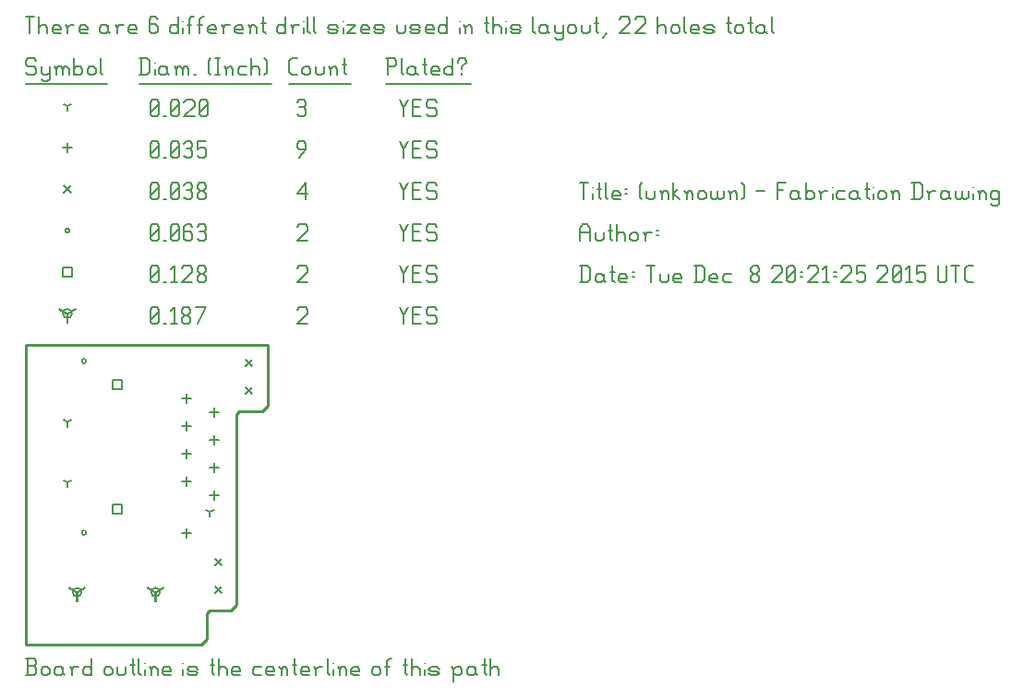
<source format=gbr>
G04 start of page 12 for group -3984 idx -3984 *
G04 Title: (unknown), fab *
G04 Creator: pcb 1.99z *
G04 CreationDate: Tue Dec  8 20:21:25 2015 UTC *
G04 For: commonadmin *
G04 Format: Gerber/RS-274X *
G04 PCB-Dimensions (mil): 900.00 1100.00 *
G04 PCB-Coordinate-Origin: lower left *
%MOIN*%
%FSLAX25Y25*%
%LNFAB*%
%ADD77C,0.0100*%
%ADD76C,0.0075*%
%ADD75C,0.0060*%
%ADD74C,0.0001*%
%ADD73R,0.0080X0.0080*%
G54D73*X18500Y20500D02*Y17300D01*
G54D74*G36*
X17954Y20647D02*X21420Y22646D01*
X21820Y21953D01*
X18353Y19954D01*
X17954Y20647D01*
G37*
G36*
X18647Y19954D02*X15180Y21953D01*
X15580Y22646D01*
X19046Y20647D01*
X18647Y19954D01*
G37*
G54D73*X16900Y20500D02*G75*G03X20100Y20500I1600J0D01*G01*
G75*G03X16900Y20500I-1600J0D01*G01*
X46846D02*Y17300D01*
G54D74*G36*
X46300Y20647D02*X49766Y22646D01*
X50166Y21953D01*
X46700Y19954D01*
X46300Y20647D01*
G37*
G36*
X46993Y19954D02*X43527Y21953D01*
X43927Y22646D01*
X47393Y20647D01*
X46993Y19954D01*
G37*
G54D73*X45246Y20500D02*G75*G03X48446Y20500I1600J0D01*G01*
G75*G03X45246Y20500I-1600J0D01*G01*
X15000Y121250D02*Y118050D01*
G54D74*G36*
X14454Y121397D02*X17920Y123396D01*
X18320Y122703D01*
X14853Y120704D01*
X14454Y121397D01*
G37*
G36*
X15147Y120704D02*X11680Y122703D01*
X12080Y123396D01*
X15546Y121397D01*
X15147Y120704D01*
G37*
G54D73*X13400Y121250D02*G75*G03X16600Y121250I1600J0D01*G01*
G75*G03X13400Y121250I-1600J0D01*G01*
G54D75*X135000Y123500D02*X136500Y120500D01*
X138000Y123500D01*
X136500Y120500D02*Y117500D01*
X139800Y120800D02*X142050D01*
X139800Y117500D02*X142800D01*
X139800Y123500D02*Y117500D01*
Y123500D02*X142800D01*
X147600D02*X148350Y122750D01*
X145350Y123500D02*X147600D01*
X144600Y122750D02*X145350Y123500D01*
X144600Y122750D02*Y121250D01*
X145350Y120500D01*
X147600D01*
X148350Y119750D01*
Y118250D01*
X147600Y117500D02*X148350Y118250D01*
X145350Y117500D02*X147600D01*
X144600Y118250D02*X145350Y117500D01*
X98000Y122750D02*X98750Y123500D01*
X101000D01*
X101750Y122750D01*
Y121250D01*
X98000Y117500D02*X101750Y121250D01*
X98000Y117500D02*X101750D01*
X45000Y118250D02*X45750Y117500D01*
X45000Y122750D02*Y118250D01*
Y122750D02*X45750Y123500D01*
X47250D01*
X48000Y122750D01*
Y118250D01*
X47250Y117500D02*X48000Y118250D01*
X45750Y117500D02*X47250D01*
X45000Y119000D02*X48000Y122000D01*
X49800Y117500D02*X50550D01*
X52350Y122300D02*X53550Y123500D01*
Y117500D01*
X52350D02*X54600D01*
X56400Y118250D02*X57150Y117500D01*
X56400Y119450D02*Y118250D01*
Y119450D02*X57450Y120500D01*
X58350D01*
X59400Y119450D01*
Y118250D01*
X58650Y117500D02*X59400Y118250D01*
X57150Y117500D02*X58650D01*
X56400Y121550D02*X57450Y120500D01*
X56400Y122750D02*Y121550D01*
Y122750D02*X57150Y123500D01*
X58650D01*
X59400Y122750D01*
Y121550D01*
X58350Y120500D02*X59400Y121550D01*
X61950Y117500D02*X64950Y123500D01*
X61200D02*X64950D01*
X31400Y97100D02*X34600D01*
X31400D02*Y93900D01*
X34600D01*
Y97100D02*Y93900D01*
X31400Y52100D02*X34600D01*
X31400D02*Y48900D01*
X34600D01*
Y52100D02*Y48900D01*
X13400Y137850D02*X16600D01*
X13400D02*Y134650D01*
X16600D01*
Y137850D02*Y134650D01*
X135000Y138500D02*X136500Y135500D01*
X138000Y138500D01*
X136500Y135500D02*Y132500D01*
X139800Y135800D02*X142050D01*
X139800Y132500D02*X142800D01*
X139800Y138500D02*Y132500D01*
Y138500D02*X142800D01*
X147600D02*X148350Y137750D01*
X145350Y138500D02*X147600D01*
X144600Y137750D02*X145350Y138500D01*
X144600Y137750D02*Y136250D01*
X145350Y135500D01*
X147600D01*
X148350Y134750D01*
Y133250D01*
X147600Y132500D02*X148350Y133250D01*
X145350Y132500D02*X147600D01*
X144600Y133250D02*X145350Y132500D01*
X98000Y137750D02*X98750Y138500D01*
X101000D01*
X101750Y137750D01*
Y136250D01*
X98000Y132500D02*X101750Y136250D01*
X98000Y132500D02*X101750D01*
X45000Y133250D02*X45750Y132500D01*
X45000Y137750D02*Y133250D01*
Y137750D02*X45750Y138500D01*
X47250D01*
X48000Y137750D01*
Y133250D01*
X47250Y132500D02*X48000Y133250D01*
X45750Y132500D02*X47250D01*
X45000Y134000D02*X48000Y137000D01*
X49800Y132500D02*X50550D01*
X52350Y137300D02*X53550Y138500D01*
Y132500D01*
X52350D02*X54600D01*
X56400Y137750D02*X57150Y138500D01*
X59400D01*
X60150Y137750D01*
Y136250D01*
X56400Y132500D02*X60150Y136250D01*
X56400Y132500D02*X60150D01*
X61950Y133250D02*X62700Y132500D01*
X61950Y134450D02*Y133250D01*
Y134450D02*X63000Y135500D01*
X63900D01*
X64950Y134450D01*
Y133250D01*
X64200Y132500D02*X64950Y133250D01*
X62700Y132500D02*X64200D01*
X61950Y136550D02*X63000Y135500D01*
X61950Y137750D02*Y136550D01*
Y137750D02*X62700Y138500D01*
X64200D01*
X64950Y137750D01*
Y136550D01*
X63900Y135500D02*X64950Y136550D01*
X20192Y104043D02*G75*G03X21792Y104043I800J0D01*G01*
G75*G03X20192Y104043I-800J0D01*G01*
Y42035D02*G75*G03X21792Y42035I800J0D01*G01*
G75*G03X20192Y42035I-800J0D01*G01*
X14200Y151250D02*G75*G03X15800Y151250I800J0D01*G01*
G75*G03X14200Y151250I-800J0D01*G01*
X135000Y153500D02*X136500Y150500D01*
X138000Y153500D01*
X136500Y150500D02*Y147500D01*
X139800Y150800D02*X142050D01*
X139800Y147500D02*X142800D01*
X139800Y153500D02*Y147500D01*
Y153500D02*X142800D01*
X147600D02*X148350Y152750D01*
X145350Y153500D02*X147600D01*
X144600Y152750D02*X145350Y153500D01*
X144600Y152750D02*Y151250D01*
X145350Y150500D01*
X147600D01*
X148350Y149750D01*
Y148250D01*
X147600Y147500D02*X148350Y148250D01*
X145350Y147500D02*X147600D01*
X144600Y148250D02*X145350Y147500D01*
X98000Y152750D02*X98750Y153500D01*
X101000D01*
X101750Y152750D01*
Y151250D01*
X98000Y147500D02*X101750Y151250D01*
X98000Y147500D02*X101750D01*
X45000Y148250D02*X45750Y147500D01*
X45000Y152750D02*Y148250D01*
Y152750D02*X45750Y153500D01*
X47250D01*
X48000Y152750D01*
Y148250D01*
X47250Y147500D02*X48000Y148250D01*
X45750Y147500D02*X47250D01*
X45000Y149000D02*X48000Y152000D01*
X49800Y147500D02*X50550D01*
X52350Y148250D02*X53100Y147500D01*
X52350Y152750D02*Y148250D01*
Y152750D02*X53100Y153500D01*
X54600D01*
X55350Y152750D01*
Y148250D01*
X54600Y147500D02*X55350Y148250D01*
X53100Y147500D02*X54600D01*
X52350Y149000D02*X55350Y152000D01*
X59400Y153500D02*X60150Y152750D01*
X57900Y153500D02*X59400D01*
X57150Y152750D02*X57900Y153500D01*
X57150Y152750D02*Y148250D01*
X57900Y147500D01*
X59400Y150800D02*X60150Y150050D01*
X57150Y150800D02*X59400D01*
X57900Y147500D02*X59400D01*
X60150Y148250D01*
Y150050D02*Y148250D01*
X61950Y152750D02*X62700Y153500D01*
X64200D01*
X64950Y152750D01*
X64200Y147500D02*X64950Y148250D01*
X62700Y147500D02*X64200D01*
X61950Y148250D02*X62700Y147500D01*
Y150800D02*X64200D01*
X64950Y152750D02*Y151550D01*
Y150050D02*Y148250D01*
Y150050D02*X64200Y150800D01*
X64950Y151550D02*X64200Y150800D01*
X68300Y22700D02*X70700Y20300D01*
X68300D02*X70700Y22700D01*
X68300Y32700D02*X70700Y30300D01*
X68300D02*X70700Y32700D01*
X79300Y94700D02*X81700Y92300D01*
X79300D02*X81700Y94700D01*
X79300Y104700D02*X81700Y102300D01*
X79300D02*X81700Y104700D01*
X13800Y167450D02*X16200Y165050D01*
X13800D02*X16200Y167450D01*
X135000Y168500D02*X136500Y165500D01*
X138000Y168500D01*
X136500Y165500D02*Y162500D01*
X139800Y165800D02*X142050D01*
X139800Y162500D02*X142800D01*
X139800Y168500D02*Y162500D01*
Y168500D02*X142800D01*
X147600D02*X148350Y167750D01*
X145350Y168500D02*X147600D01*
X144600Y167750D02*X145350Y168500D01*
X144600Y167750D02*Y166250D01*
X145350Y165500D01*
X147600D01*
X148350Y164750D01*
Y163250D01*
X147600Y162500D02*X148350Y163250D01*
X145350Y162500D02*X147600D01*
X144600Y163250D02*X145350Y162500D01*
X98000Y164750D02*X101000Y168500D01*
X98000Y164750D02*X101750D01*
X101000Y168500D02*Y162500D01*
X45000Y163250D02*X45750Y162500D01*
X45000Y167750D02*Y163250D01*
Y167750D02*X45750Y168500D01*
X47250D01*
X48000Y167750D01*
Y163250D01*
X47250Y162500D02*X48000Y163250D01*
X45750Y162500D02*X47250D01*
X45000Y164000D02*X48000Y167000D01*
X49800Y162500D02*X50550D01*
X52350Y163250D02*X53100Y162500D01*
X52350Y167750D02*Y163250D01*
Y167750D02*X53100Y168500D01*
X54600D01*
X55350Y167750D01*
Y163250D01*
X54600Y162500D02*X55350Y163250D01*
X53100Y162500D02*X54600D01*
X52350Y164000D02*X55350Y167000D01*
X57150Y167750D02*X57900Y168500D01*
X59400D01*
X60150Y167750D01*
X59400Y162500D02*X60150Y163250D01*
X57900Y162500D02*X59400D01*
X57150Y163250D02*X57900Y162500D01*
Y165800D02*X59400D01*
X60150Y167750D02*Y166550D01*
Y165050D02*Y163250D01*
Y165050D02*X59400Y165800D01*
X60150Y166550D02*X59400Y165800D01*
X61950Y163250D02*X62700Y162500D01*
X61950Y164450D02*Y163250D01*
Y164450D02*X63000Y165500D01*
X63900D01*
X64950Y164450D01*
Y163250D01*
X64200Y162500D02*X64950Y163250D01*
X62700Y162500D02*X64200D01*
X61950Y166550D02*X63000Y165500D01*
X61950Y167750D02*Y166550D01*
Y167750D02*X62700Y168500D01*
X64200D01*
X64950Y167750D01*
Y166550D01*
X63900Y165500D02*X64950Y166550D01*
X58000Y43600D02*Y40400D01*
X56400Y42000D02*X59600D01*
X68000Y87100D02*Y83900D01*
X66400Y85500D02*X69600D01*
X68000Y77100D02*Y73900D01*
X66400Y75500D02*X69600D01*
X68000Y67100D02*Y63900D01*
X66400Y65500D02*X69600D01*
X68000Y57100D02*Y53900D01*
X66400Y55500D02*X69600D01*
X58000Y92100D02*Y88900D01*
X56400Y90500D02*X59600D01*
X58000Y82100D02*Y78900D01*
X56400Y80500D02*X59600D01*
X58000Y72100D02*Y68900D01*
X56400Y70500D02*X59600D01*
X58000Y62100D02*Y58900D01*
X56400Y60500D02*X59600D01*
X15000Y182850D02*Y179650D01*
X13400Y181250D02*X16600D01*
X135000Y183500D02*X136500Y180500D01*
X138000Y183500D01*
X136500Y180500D02*Y177500D01*
X139800Y180800D02*X142050D01*
X139800Y177500D02*X142800D01*
X139800Y183500D02*Y177500D01*
Y183500D02*X142800D01*
X147600D02*X148350Y182750D01*
X145350Y183500D02*X147600D01*
X144600Y182750D02*X145350Y183500D01*
X144600Y182750D02*Y181250D01*
X145350Y180500D01*
X147600D01*
X148350Y179750D01*
Y178250D01*
X147600Y177500D02*X148350Y178250D01*
X145350Y177500D02*X147600D01*
X144600Y178250D02*X145350Y177500D01*
X98750D02*X101000Y180500D01*
Y182750D02*Y180500D01*
X100250Y183500D02*X101000Y182750D01*
X98750Y183500D02*X100250D01*
X98000Y182750D02*X98750Y183500D01*
X98000Y182750D02*Y181250D01*
X98750Y180500D01*
X101000D01*
X45000Y178250D02*X45750Y177500D01*
X45000Y182750D02*Y178250D01*
Y182750D02*X45750Y183500D01*
X47250D01*
X48000Y182750D01*
Y178250D01*
X47250Y177500D02*X48000Y178250D01*
X45750Y177500D02*X47250D01*
X45000Y179000D02*X48000Y182000D01*
X49800Y177500D02*X50550D01*
X52350Y178250D02*X53100Y177500D01*
X52350Y182750D02*Y178250D01*
Y182750D02*X53100Y183500D01*
X54600D01*
X55350Y182750D01*
Y178250D01*
X54600Y177500D02*X55350Y178250D01*
X53100Y177500D02*X54600D01*
X52350Y179000D02*X55350Y182000D01*
X57150Y182750D02*X57900Y183500D01*
X59400D01*
X60150Y182750D01*
X59400Y177500D02*X60150Y178250D01*
X57900Y177500D02*X59400D01*
X57150Y178250D02*X57900Y177500D01*
Y180800D02*X59400D01*
X60150Y182750D02*Y181550D01*
Y180050D02*Y178250D01*
Y180050D02*X59400Y180800D01*
X60150Y181550D02*X59400Y180800D01*
X61950Y183500D02*X64950D01*
X61950D02*Y180500D01*
X62700Y181250D01*
X64200D01*
X64950Y180500D01*
Y178250D01*
X64200Y177500D02*X64950Y178250D01*
X62700Y177500D02*X64200D01*
X61950Y178250D02*X62700Y177500D01*
X15000Y82000D02*Y80400D01*
Y82000D02*X16387Y82800D01*
X15000Y82000D02*X13613Y82800D01*
X15000Y60200D02*Y58600D01*
Y60200D02*X16387Y61000D01*
X15000Y60200D02*X13613Y61000D01*
X66500Y49500D02*Y47900D01*
Y49500D02*X67887Y50300D01*
X66500Y49500D02*X65113Y50300D01*
X15000Y196250D02*Y194650D01*
Y196250D02*X16387Y197050D01*
X15000Y196250D02*X13613Y197050D01*
X135000Y198500D02*X136500Y195500D01*
X138000Y198500D01*
X136500Y195500D02*Y192500D01*
X139800Y195800D02*X142050D01*
X139800Y192500D02*X142800D01*
X139800Y198500D02*Y192500D01*
Y198500D02*X142800D01*
X147600D02*X148350Y197750D01*
X145350Y198500D02*X147600D01*
X144600Y197750D02*X145350Y198500D01*
X144600Y197750D02*Y196250D01*
X145350Y195500D01*
X147600D01*
X148350Y194750D01*
Y193250D01*
X147600Y192500D02*X148350Y193250D01*
X145350Y192500D02*X147600D01*
X144600Y193250D02*X145350Y192500D01*
X98000Y197750D02*X98750Y198500D01*
X100250D01*
X101000Y197750D01*
X100250Y192500D02*X101000Y193250D01*
X98750Y192500D02*X100250D01*
X98000Y193250D02*X98750Y192500D01*
Y195800D02*X100250D01*
X101000Y197750D02*Y196550D01*
Y195050D02*Y193250D01*
Y195050D02*X100250Y195800D01*
X101000Y196550D02*X100250Y195800D01*
X45000Y193250D02*X45750Y192500D01*
X45000Y197750D02*Y193250D01*
Y197750D02*X45750Y198500D01*
X47250D01*
X48000Y197750D01*
Y193250D01*
X47250Y192500D02*X48000Y193250D01*
X45750Y192500D02*X47250D01*
X45000Y194000D02*X48000Y197000D01*
X49800Y192500D02*X50550D01*
X52350Y193250D02*X53100Y192500D01*
X52350Y197750D02*Y193250D01*
Y197750D02*X53100Y198500D01*
X54600D01*
X55350Y197750D01*
Y193250D01*
X54600Y192500D02*X55350Y193250D01*
X53100Y192500D02*X54600D01*
X52350Y194000D02*X55350Y197000D01*
X57150Y197750D02*X57900Y198500D01*
X60150D01*
X60900Y197750D01*
Y196250D01*
X57150Y192500D02*X60900Y196250D01*
X57150Y192500D02*X60900D01*
X62700Y193250D02*X63450Y192500D01*
X62700Y197750D02*Y193250D01*
Y197750D02*X63450Y198500D01*
X64950D01*
X65700Y197750D01*
Y193250D01*
X64950Y192500D02*X65700Y193250D01*
X63450Y192500D02*X64950D01*
X62700Y194000D02*X65700Y197000D01*
X3000Y213500D02*X3750Y212750D01*
X750Y213500D02*X3000D01*
X0Y212750D02*X750Y213500D01*
X0Y212750D02*Y211250D01*
X750Y210500D01*
X3000D01*
X3750Y209750D01*
Y208250D01*
X3000Y207500D02*X3750Y208250D01*
X750Y207500D02*X3000D01*
X0Y208250D02*X750Y207500D01*
X5550Y210500D02*Y208250D01*
X6300Y207500D01*
X8550Y210500D02*Y206000D01*
X7800Y205250D02*X8550Y206000D01*
X6300Y205250D02*X7800D01*
X5550Y206000D02*X6300Y205250D01*
Y207500D02*X7800D01*
X8550Y208250D01*
X11100Y209750D02*Y207500D01*
Y209750D02*X11850Y210500D01*
X12600D01*
X13350Y209750D01*
Y207500D01*
Y209750D02*X14100Y210500D01*
X14850D01*
X15600Y209750D01*
Y207500D01*
X10350Y210500D02*X11100Y209750D01*
X17400Y213500D02*Y207500D01*
Y208250D02*X18150Y207500D01*
X19650D01*
X20400Y208250D01*
Y209750D02*Y208250D01*
X19650Y210500D02*X20400Y209750D01*
X18150Y210500D02*X19650D01*
X17400Y209750D02*X18150Y210500D01*
X22200Y209750D02*Y208250D01*
Y209750D02*X22950Y210500D01*
X24450D01*
X25200Y209750D01*
Y208250D01*
X24450Y207500D02*X25200Y208250D01*
X22950Y207500D02*X24450D01*
X22200Y208250D02*X22950Y207500D01*
X27000Y213500D02*Y208250D01*
X27750Y207500D01*
X0Y204250D02*X29250D01*
X41750Y213500D02*Y207500D01*
X43700Y213500D02*X44750Y212450D01*
Y208550D01*
X43700Y207500D02*X44750Y208550D01*
X41000Y207500D02*X43700D01*
X41000Y213500D02*X43700D01*
G54D76*X46550Y212000D02*Y211850D01*
G54D75*Y209750D02*Y207500D01*
X50300Y210500D02*X51050Y209750D01*
X48800Y210500D02*X50300D01*
X48050Y209750D02*X48800Y210500D01*
X48050Y209750D02*Y208250D01*
X48800Y207500D01*
X51050Y210500D02*Y208250D01*
X51800Y207500D01*
X48800D02*X50300D01*
X51050Y208250D01*
X54350Y209750D02*Y207500D01*
Y209750D02*X55100Y210500D01*
X55850D01*
X56600Y209750D01*
Y207500D01*
Y209750D02*X57350Y210500D01*
X58100D01*
X58850Y209750D01*
Y207500D01*
X53600Y210500D02*X54350Y209750D01*
X60650Y207500D02*X61400D01*
X65900Y208250D02*X66650Y207500D01*
X65900Y212750D02*X66650Y213500D01*
X65900Y212750D02*Y208250D01*
X68450Y213500D02*X69950D01*
X69200D02*Y207500D01*
X68450D02*X69950D01*
X72500Y209750D02*Y207500D01*
Y209750D02*X73250Y210500D01*
X74000D01*
X74750Y209750D01*
Y207500D01*
X71750Y210500D02*X72500Y209750D01*
X77300Y210500D02*X79550D01*
X76550Y209750D02*X77300Y210500D01*
X76550Y209750D02*Y208250D01*
X77300Y207500D01*
X79550D01*
X81350Y213500D02*Y207500D01*
Y209750D02*X82100Y210500D01*
X83600D01*
X84350Y209750D01*
Y207500D01*
X86150Y213500D02*X86900Y212750D01*
Y208250D01*
X86150Y207500D02*X86900Y208250D01*
X41000Y204250D02*X88700D01*
X96050Y207500D02*X98000D01*
X95000Y208550D02*X96050Y207500D01*
X95000Y212450D02*Y208550D01*
Y212450D02*X96050Y213500D01*
X98000D01*
X99800Y209750D02*Y208250D01*
Y209750D02*X100550Y210500D01*
X102050D01*
X102800Y209750D01*
Y208250D01*
X102050Y207500D02*X102800Y208250D01*
X100550Y207500D02*X102050D01*
X99800Y208250D02*X100550Y207500D01*
X104600Y210500D02*Y208250D01*
X105350Y207500D01*
X106850D01*
X107600Y208250D01*
Y210500D02*Y208250D01*
X110150Y209750D02*Y207500D01*
Y209750D02*X110900Y210500D01*
X111650D01*
X112400Y209750D01*
Y207500D01*
X109400Y210500D02*X110150Y209750D01*
X114950Y213500D02*Y208250D01*
X115700Y207500D01*
X114200Y211250D02*X115700D01*
X95000Y204250D02*X117200D01*
X130750Y213500D02*Y207500D01*
X130000Y213500D02*X133000D01*
X133750Y212750D01*
Y211250D01*
X133000Y210500D02*X133750Y211250D01*
X130750Y210500D02*X133000D01*
X135550Y213500D02*Y208250D01*
X136300Y207500D01*
X140050Y210500D02*X140800Y209750D01*
X138550Y210500D02*X140050D01*
X137800Y209750D02*X138550Y210500D01*
X137800Y209750D02*Y208250D01*
X138550Y207500D01*
X140800Y210500D02*Y208250D01*
X141550Y207500D01*
X138550D02*X140050D01*
X140800Y208250D01*
X144100Y213500D02*Y208250D01*
X144850Y207500D01*
X143350Y211250D02*X144850D01*
X147100Y207500D02*X149350D01*
X146350Y208250D02*X147100Y207500D01*
X146350Y209750D02*Y208250D01*
Y209750D02*X147100Y210500D01*
X148600D01*
X149350Y209750D01*
X146350Y209000D02*X149350D01*
Y209750D02*Y209000D01*
X154150Y213500D02*Y207500D01*
X153400D02*X154150Y208250D01*
X151900Y207500D02*X153400D01*
X151150Y208250D02*X151900Y207500D01*
X151150Y209750D02*Y208250D01*
Y209750D02*X151900Y210500D01*
X153400D01*
X154150Y209750D01*
X157450Y210500D02*Y209750D01*
Y208250D02*Y207500D01*
X155950Y212750D02*Y212000D01*
Y212750D02*X156700Y213500D01*
X158200D01*
X158950Y212750D01*
Y212000D01*
X157450Y210500D02*X158950Y212000D01*
X130000Y204250D02*X160750D01*
X0Y228500D02*X3000D01*
X1500D02*Y222500D01*
X4800Y228500D02*Y222500D01*
Y224750D02*X5550Y225500D01*
X7050D01*
X7800Y224750D01*
Y222500D01*
X10350D02*X12600D01*
X9600Y223250D02*X10350Y222500D01*
X9600Y224750D02*Y223250D01*
Y224750D02*X10350Y225500D01*
X11850D01*
X12600Y224750D01*
X9600Y224000D02*X12600D01*
Y224750D02*Y224000D01*
X15150Y224750D02*Y222500D01*
Y224750D02*X15900Y225500D01*
X17400D01*
X14400D02*X15150Y224750D01*
X19950Y222500D02*X22200D01*
X19200Y223250D02*X19950Y222500D01*
X19200Y224750D02*Y223250D01*
Y224750D02*X19950Y225500D01*
X21450D01*
X22200Y224750D01*
X19200Y224000D02*X22200D01*
Y224750D02*Y224000D01*
X28950Y225500D02*X29700Y224750D01*
X27450Y225500D02*X28950D01*
X26700Y224750D02*X27450Y225500D01*
X26700Y224750D02*Y223250D01*
X27450Y222500D01*
X29700Y225500D02*Y223250D01*
X30450Y222500D01*
X27450D02*X28950D01*
X29700Y223250D01*
X33000Y224750D02*Y222500D01*
Y224750D02*X33750Y225500D01*
X35250D01*
X32250D02*X33000Y224750D01*
X37800Y222500D02*X40050D01*
X37050Y223250D02*X37800Y222500D01*
X37050Y224750D02*Y223250D01*
Y224750D02*X37800Y225500D01*
X39300D01*
X40050Y224750D01*
X37050Y224000D02*X40050D01*
Y224750D02*Y224000D01*
X46800Y228500D02*X47550Y227750D01*
X45300Y228500D02*X46800D01*
X44550Y227750D02*X45300Y228500D01*
X44550Y227750D02*Y223250D01*
X45300Y222500D01*
X46800Y225800D02*X47550Y225050D01*
X44550Y225800D02*X46800D01*
X45300Y222500D02*X46800D01*
X47550Y223250D01*
Y225050D02*Y223250D01*
X55050Y228500D02*Y222500D01*
X54300D02*X55050Y223250D01*
X52800Y222500D02*X54300D01*
X52050Y223250D02*X52800Y222500D01*
X52050Y224750D02*Y223250D01*
Y224750D02*X52800Y225500D01*
X54300D01*
X55050Y224750D01*
G54D76*X56850Y227000D02*Y226850D01*
G54D75*Y224750D02*Y222500D01*
X59100Y227750D02*Y222500D01*
Y227750D02*X59850Y228500D01*
X60600D01*
X58350Y225500D02*X59850D01*
X62850Y227750D02*Y222500D01*
Y227750D02*X63600Y228500D01*
X64350D01*
X62100Y225500D02*X63600D01*
X66600Y222500D02*X68850D01*
X65850Y223250D02*X66600Y222500D01*
X65850Y224750D02*Y223250D01*
Y224750D02*X66600Y225500D01*
X68100D01*
X68850Y224750D01*
X65850Y224000D02*X68850D01*
Y224750D02*Y224000D01*
X71400Y224750D02*Y222500D01*
Y224750D02*X72150Y225500D01*
X73650D01*
X70650D02*X71400Y224750D01*
X76200Y222500D02*X78450D01*
X75450Y223250D02*X76200Y222500D01*
X75450Y224750D02*Y223250D01*
Y224750D02*X76200Y225500D01*
X77700D01*
X78450Y224750D01*
X75450Y224000D02*X78450D01*
Y224750D02*Y224000D01*
X81000Y224750D02*Y222500D01*
Y224750D02*X81750Y225500D01*
X82500D01*
X83250Y224750D01*
Y222500D01*
X80250Y225500D02*X81000Y224750D01*
X85800Y228500D02*Y223250D01*
X86550Y222500D01*
X85050Y226250D02*X86550D01*
X93750Y228500D02*Y222500D01*
X93000D02*X93750Y223250D01*
X91500Y222500D02*X93000D01*
X90750Y223250D02*X91500Y222500D01*
X90750Y224750D02*Y223250D01*
Y224750D02*X91500Y225500D01*
X93000D01*
X93750Y224750D01*
X96300D02*Y222500D01*
Y224750D02*X97050Y225500D01*
X98550D01*
X95550D02*X96300Y224750D01*
G54D76*X100350Y227000D02*Y226850D01*
G54D75*Y224750D02*Y222500D01*
X101850Y228500D02*Y223250D01*
X102600Y222500D01*
X104100Y228500D02*Y223250D01*
X104850Y222500D01*
X109800D02*X112050D01*
X112800Y223250D01*
X112050Y224000D02*X112800Y223250D01*
X109800Y224000D02*X112050D01*
X109050Y224750D02*X109800Y224000D01*
X109050Y224750D02*X109800Y225500D01*
X112050D01*
X112800Y224750D01*
X109050Y223250D02*X109800Y222500D01*
G54D76*X114600Y227000D02*Y226850D01*
G54D75*Y224750D02*Y222500D01*
X116100Y225500D02*X119100D01*
X116100Y222500D02*X119100Y225500D01*
X116100Y222500D02*X119100D01*
X121650D02*X123900D01*
X120900Y223250D02*X121650Y222500D01*
X120900Y224750D02*Y223250D01*
Y224750D02*X121650Y225500D01*
X123150D01*
X123900Y224750D01*
X120900Y224000D02*X123900D01*
Y224750D02*Y224000D01*
X126450Y222500D02*X128700D01*
X129450Y223250D01*
X128700Y224000D02*X129450Y223250D01*
X126450Y224000D02*X128700D01*
X125700Y224750D02*X126450Y224000D01*
X125700Y224750D02*X126450Y225500D01*
X128700D01*
X129450Y224750D01*
X125700Y223250D02*X126450Y222500D01*
X133950Y225500D02*Y223250D01*
X134700Y222500D01*
X136200D01*
X136950Y223250D01*
Y225500D02*Y223250D01*
X139500Y222500D02*X141750D01*
X142500Y223250D01*
X141750Y224000D02*X142500Y223250D01*
X139500Y224000D02*X141750D01*
X138750Y224750D02*X139500Y224000D01*
X138750Y224750D02*X139500Y225500D01*
X141750D01*
X142500Y224750D01*
X138750Y223250D02*X139500Y222500D01*
X145050D02*X147300D01*
X144300Y223250D02*X145050Y222500D01*
X144300Y224750D02*Y223250D01*
Y224750D02*X145050Y225500D01*
X146550D01*
X147300Y224750D01*
X144300Y224000D02*X147300D01*
Y224750D02*Y224000D01*
X152100Y228500D02*Y222500D01*
X151350D02*X152100Y223250D01*
X149850Y222500D02*X151350D01*
X149100Y223250D02*X149850Y222500D01*
X149100Y224750D02*Y223250D01*
Y224750D02*X149850Y225500D01*
X151350D01*
X152100Y224750D01*
G54D76*X156600Y227000D02*Y226850D01*
G54D75*Y224750D02*Y222500D01*
X158850Y224750D02*Y222500D01*
Y224750D02*X159600Y225500D01*
X160350D01*
X161100Y224750D01*
Y222500D01*
X158100Y225500D02*X158850Y224750D01*
X166350Y228500D02*Y223250D01*
X167100Y222500D01*
X165600Y226250D02*X167100D01*
X168600Y228500D02*Y222500D01*
Y224750D02*X169350Y225500D01*
X170850D01*
X171600Y224750D01*
Y222500D01*
G54D76*X173400Y227000D02*Y226850D01*
G54D75*Y224750D02*Y222500D01*
X175650D02*X177900D01*
X178650Y223250D01*
X177900Y224000D02*X178650Y223250D01*
X175650Y224000D02*X177900D01*
X174900Y224750D02*X175650Y224000D01*
X174900Y224750D02*X175650Y225500D01*
X177900D01*
X178650Y224750D01*
X174900Y223250D02*X175650Y222500D01*
X183150Y228500D02*Y223250D01*
X183900Y222500D01*
X187650Y225500D02*X188400Y224750D01*
X186150Y225500D02*X187650D01*
X185400Y224750D02*X186150Y225500D01*
X185400Y224750D02*Y223250D01*
X186150Y222500D01*
X188400Y225500D02*Y223250D01*
X189150Y222500D01*
X186150D02*X187650D01*
X188400Y223250D01*
X190950Y225500D02*Y223250D01*
X191700Y222500D01*
X193950Y225500D02*Y221000D01*
X193200Y220250D02*X193950Y221000D01*
X191700Y220250D02*X193200D01*
X190950Y221000D02*X191700Y220250D01*
Y222500D02*X193200D01*
X193950Y223250D01*
X195750Y224750D02*Y223250D01*
Y224750D02*X196500Y225500D01*
X198000D01*
X198750Y224750D01*
Y223250D01*
X198000Y222500D02*X198750Y223250D01*
X196500Y222500D02*X198000D01*
X195750Y223250D02*X196500Y222500D01*
X200550Y225500D02*Y223250D01*
X201300Y222500D01*
X202800D01*
X203550Y223250D01*
Y225500D02*Y223250D01*
X206100Y228500D02*Y223250D01*
X206850Y222500D01*
X205350Y226250D02*X206850D01*
X208350Y221000D02*X209850Y222500D01*
X214350Y227750D02*X215100Y228500D01*
X217350D01*
X218100Y227750D01*
Y226250D01*
X214350Y222500D02*X218100Y226250D01*
X214350Y222500D02*X218100D01*
X219900Y227750D02*X220650Y228500D01*
X222900D01*
X223650Y227750D01*
Y226250D01*
X219900Y222500D02*X223650Y226250D01*
X219900Y222500D02*X223650D01*
X228150Y228500D02*Y222500D01*
Y224750D02*X228900Y225500D01*
X230400D01*
X231150Y224750D01*
Y222500D01*
X232950Y224750D02*Y223250D01*
Y224750D02*X233700Y225500D01*
X235200D01*
X235950Y224750D01*
Y223250D01*
X235200Y222500D02*X235950Y223250D01*
X233700Y222500D02*X235200D01*
X232950Y223250D02*X233700Y222500D01*
X237750Y228500D02*Y223250D01*
X238500Y222500D01*
X240750D02*X243000D01*
X240000Y223250D02*X240750Y222500D01*
X240000Y224750D02*Y223250D01*
Y224750D02*X240750Y225500D01*
X242250D01*
X243000Y224750D01*
X240000Y224000D02*X243000D01*
Y224750D02*Y224000D01*
X245550Y222500D02*X247800D01*
X248550Y223250D01*
X247800Y224000D02*X248550Y223250D01*
X245550Y224000D02*X247800D01*
X244800Y224750D02*X245550Y224000D01*
X244800Y224750D02*X245550Y225500D01*
X247800D01*
X248550Y224750D01*
X244800Y223250D02*X245550Y222500D01*
X253800Y228500D02*Y223250D01*
X254550Y222500D01*
X253050Y226250D02*X254550D01*
X256050Y224750D02*Y223250D01*
Y224750D02*X256800Y225500D01*
X258300D01*
X259050Y224750D01*
Y223250D01*
X258300Y222500D02*X259050Y223250D01*
X256800Y222500D02*X258300D01*
X256050Y223250D02*X256800Y222500D01*
X261600Y228500D02*Y223250D01*
X262350Y222500D01*
X260850Y226250D02*X262350D01*
X266100Y225500D02*X266850Y224750D01*
X264600Y225500D02*X266100D01*
X263850Y224750D02*X264600Y225500D01*
X263850Y224750D02*Y223250D01*
X264600Y222500D01*
X266850Y225500D02*Y223250D01*
X267600Y222500D01*
X264600D02*X266100D01*
X266850Y223250D01*
X269400Y228500D02*Y223250D01*
X270150Y222500D01*
G54D77*X0Y110000D02*Y1500D01*
X63500D01*
X65500Y3500D01*
Y13000D01*
X66500Y14000D01*
X74000D01*
X76000Y16000D01*
Y85000D01*
X77000Y86000D01*
X85500D01*
X87500Y88000D01*
Y109500D01*
X0Y110000D02*X87500D01*
Y109000D01*
G54D75*X0Y-9500D02*X3000D01*
X3750Y-8750D01*
Y-6950D02*Y-8750D01*
X3000Y-6200D02*X3750Y-6950D01*
X750Y-6200D02*X3000D01*
X750Y-3500D02*Y-9500D01*
X0Y-3500D02*X3000D01*
X3750Y-4250D01*
Y-5450D01*
X3000Y-6200D02*X3750Y-5450D01*
X5550Y-7250D02*Y-8750D01*
Y-7250D02*X6300Y-6500D01*
X7800D01*
X8550Y-7250D01*
Y-8750D01*
X7800Y-9500D02*X8550Y-8750D01*
X6300Y-9500D02*X7800D01*
X5550Y-8750D02*X6300Y-9500D01*
X12600Y-6500D02*X13350Y-7250D01*
X11100Y-6500D02*X12600D01*
X10350Y-7250D02*X11100Y-6500D01*
X10350Y-7250D02*Y-8750D01*
X11100Y-9500D01*
X13350Y-6500D02*Y-8750D01*
X14100Y-9500D01*
X11100D02*X12600D01*
X13350Y-8750D01*
X16650Y-7250D02*Y-9500D01*
Y-7250D02*X17400Y-6500D01*
X18900D01*
X15900D02*X16650Y-7250D01*
X23700Y-3500D02*Y-9500D01*
X22950D02*X23700Y-8750D01*
X21450Y-9500D02*X22950D01*
X20700Y-8750D02*X21450Y-9500D01*
X20700Y-7250D02*Y-8750D01*
Y-7250D02*X21450Y-6500D01*
X22950D01*
X23700Y-7250D01*
X28200D02*Y-8750D01*
Y-7250D02*X28950Y-6500D01*
X30450D01*
X31200Y-7250D01*
Y-8750D01*
X30450Y-9500D02*X31200Y-8750D01*
X28950Y-9500D02*X30450D01*
X28200Y-8750D02*X28950Y-9500D01*
X33000Y-6500D02*Y-8750D01*
X33750Y-9500D01*
X35250D01*
X36000Y-8750D01*
Y-6500D02*Y-8750D01*
X38550Y-3500D02*Y-8750D01*
X39300Y-9500D01*
X37800Y-5750D02*X39300D01*
X40800Y-3500D02*Y-8750D01*
X41550Y-9500D01*
G54D76*X43050Y-5000D02*Y-5150D01*
G54D75*Y-7250D02*Y-9500D01*
X45300Y-7250D02*Y-9500D01*
Y-7250D02*X46050Y-6500D01*
X46800D01*
X47550Y-7250D01*
Y-9500D01*
X44550Y-6500D02*X45300Y-7250D01*
X50100Y-9500D02*X52350D01*
X49350Y-8750D02*X50100Y-9500D01*
X49350Y-7250D02*Y-8750D01*
Y-7250D02*X50100Y-6500D01*
X51600D01*
X52350Y-7250D01*
X49350Y-8000D02*X52350D01*
Y-7250D02*Y-8000D01*
G54D76*X56850Y-5000D02*Y-5150D01*
G54D75*Y-7250D02*Y-9500D01*
X59100D02*X61350D01*
X62100Y-8750D01*
X61350Y-8000D02*X62100Y-8750D01*
X59100Y-8000D02*X61350D01*
X58350Y-7250D02*X59100Y-8000D01*
X58350Y-7250D02*X59100Y-6500D01*
X61350D01*
X62100Y-7250D01*
X58350Y-8750D02*X59100Y-9500D01*
X67350Y-3500D02*Y-8750D01*
X68100Y-9500D01*
X66600Y-5750D02*X68100D01*
X69600Y-3500D02*Y-9500D01*
Y-7250D02*X70350Y-6500D01*
X71850D01*
X72600Y-7250D01*
Y-9500D01*
X75150D02*X77400D01*
X74400Y-8750D02*X75150Y-9500D01*
X74400Y-7250D02*Y-8750D01*
Y-7250D02*X75150Y-6500D01*
X76650D01*
X77400Y-7250D01*
X74400Y-8000D02*X77400D01*
Y-7250D02*Y-8000D01*
X82650Y-6500D02*X84900D01*
X81900Y-7250D02*X82650Y-6500D01*
X81900Y-7250D02*Y-8750D01*
X82650Y-9500D01*
X84900D01*
X87450D02*X89700D01*
X86700Y-8750D02*X87450Y-9500D01*
X86700Y-7250D02*Y-8750D01*
Y-7250D02*X87450Y-6500D01*
X88950D01*
X89700Y-7250D01*
X86700Y-8000D02*X89700D01*
Y-7250D02*Y-8000D01*
X92250Y-7250D02*Y-9500D01*
Y-7250D02*X93000Y-6500D01*
X93750D01*
X94500Y-7250D01*
Y-9500D01*
X91500Y-6500D02*X92250Y-7250D01*
X97050Y-3500D02*Y-8750D01*
X97800Y-9500D01*
X96300Y-5750D02*X97800D01*
X100050Y-9500D02*X102300D01*
X99300Y-8750D02*X100050Y-9500D01*
X99300Y-7250D02*Y-8750D01*
Y-7250D02*X100050Y-6500D01*
X101550D01*
X102300Y-7250D01*
X99300Y-8000D02*X102300D01*
Y-7250D02*Y-8000D01*
X104850Y-7250D02*Y-9500D01*
Y-7250D02*X105600Y-6500D01*
X107100D01*
X104100D02*X104850Y-7250D01*
X108900Y-3500D02*Y-8750D01*
X109650Y-9500D01*
G54D76*X111150Y-5000D02*Y-5150D01*
G54D75*Y-7250D02*Y-9500D01*
X113400Y-7250D02*Y-9500D01*
Y-7250D02*X114150Y-6500D01*
X114900D01*
X115650Y-7250D01*
Y-9500D01*
X112650Y-6500D02*X113400Y-7250D01*
X118200Y-9500D02*X120450D01*
X117450Y-8750D02*X118200Y-9500D01*
X117450Y-7250D02*Y-8750D01*
Y-7250D02*X118200Y-6500D01*
X119700D01*
X120450Y-7250D01*
X117450Y-8000D02*X120450D01*
Y-7250D02*Y-8000D01*
X124950Y-7250D02*Y-8750D01*
Y-7250D02*X125700Y-6500D01*
X127200D01*
X127950Y-7250D01*
Y-8750D01*
X127200Y-9500D02*X127950Y-8750D01*
X125700Y-9500D02*X127200D01*
X124950Y-8750D02*X125700Y-9500D01*
X130500Y-4250D02*Y-9500D01*
Y-4250D02*X131250Y-3500D01*
X132000D01*
X129750Y-6500D02*X131250D01*
X136950Y-3500D02*Y-8750D01*
X137700Y-9500D01*
X136200Y-5750D02*X137700D01*
X139200Y-3500D02*Y-9500D01*
Y-7250D02*X139950Y-6500D01*
X141450D01*
X142200Y-7250D01*
Y-9500D01*
G54D76*X144000Y-5000D02*Y-5150D01*
G54D75*Y-7250D02*Y-9500D01*
X146250D02*X148500D01*
X149250Y-8750D01*
X148500Y-8000D02*X149250Y-8750D01*
X146250Y-8000D02*X148500D01*
X145500Y-7250D02*X146250Y-8000D01*
X145500Y-7250D02*X146250Y-6500D01*
X148500D01*
X149250Y-7250D01*
X145500Y-8750D02*X146250Y-9500D01*
X154500Y-7250D02*Y-11750D01*
X153750Y-6500D02*X154500Y-7250D01*
X155250Y-6500D01*
X156750D01*
X157500Y-7250D01*
Y-8750D01*
X156750Y-9500D02*X157500Y-8750D01*
X155250Y-9500D02*X156750D01*
X154500Y-8750D02*X155250Y-9500D01*
X161550Y-6500D02*X162300Y-7250D01*
X160050Y-6500D02*X161550D01*
X159300Y-7250D02*X160050Y-6500D01*
X159300Y-7250D02*Y-8750D01*
X160050Y-9500D01*
X162300Y-6500D02*Y-8750D01*
X163050Y-9500D01*
X160050D02*X161550D01*
X162300Y-8750D01*
X165600Y-3500D02*Y-8750D01*
X166350Y-9500D01*
X164850Y-5750D02*X166350D01*
X167850Y-3500D02*Y-9500D01*
Y-7250D02*X168600Y-6500D01*
X170100D01*
X170850Y-7250D01*
Y-9500D01*
X200750Y138500D02*Y132500D01*
X202700Y138500D02*X203750Y137450D01*
Y133550D01*
X202700Y132500D02*X203750Y133550D01*
X200000Y132500D02*X202700D01*
X200000Y138500D02*X202700D01*
X207800Y135500D02*X208550Y134750D01*
X206300Y135500D02*X207800D01*
X205550Y134750D02*X206300Y135500D01*
X205550Y134750D02*Y133250D01*
X206300Y132500D01*
X208550Y135500D02*Y133250D01*
X209300Y132500D01*
X206300D02*X207800D01*
X208550Y133250D01*
X211850Y138500D02*Y133250D01*
X212600Y132500D01*
X211100Y136250D02*X212600D01*
X214850Y132500D02*X217100D01*
X214100Y133250D02*X214850Y132500D01*
X214100Y134750D02*Y133250D01*
Y134750D02*X214850Y135500D01*
X216350D01*
X217100Y134750D01*
X214100Y134000D02*X217100D01*
Y134750D02*Y134000D01*
X218900Y136250D02*X219650D01*
X218900Y134750D02*X219650D01*
X224150Y138500D02*X227150D01*
X225650D02*Y132500D01*
X228950Y135500D02*Y133250D01*
X229700Y132500D01*
X231200D01*
X231950Y133250D01*
Y135500D02*Y133250D01*
X234500Y132500D02*X236750D01*
X233750Y133250D02*X234500Y132500D01*
X233750Y134750D02*Y133250D01*
Y134750D02*X234500Y135500D01*
X236000D01*
X236750Y134750D01*
X233750Y134000D02*X236750D01*
Y134750D02*Y134000D01*
X242000Y138500D02*Y132500D01*
X243950Y138500D02*X245000Y137450D01*
Y133550D01*
X243950Y132500D02*X245000Y133550D01*
X241250Y132500D02*X243950D01*
X241250Y138500D02*X243950D01*
X247550Y132500D02*X249800D01*
X246800Y133250D02*X247550Y132500D01*
X246800Y134750D02*Y133250D01*
Y134750D02*X247550Y135500D01*
X249050D01*
X249800Y134750D01*
X246800Y134000D02*X249800D01*
Y134750D02*Y134000D01*
X252350Y135500D02*X254600D01*
X251600Y134750D02*X252350Y135500D01*
X251600Y134750D02*Y133250D01*
X252350Y132500D01*
X254600D01*
X261800Y133250D02*X262550Y132500D01*
X261800Y134450D02*Y133250D01*
Y134450D02*X262850Y135500D01*
X263750D01*
X264800Y134450D01*
Y133250D01*
X264050Y132500D02*X264800Y133250D01*
X262550Y132500D02*X264050D01*
X261800Y136550D02*X262850Y135500D01*
X261800Y137750D02*Y136550D01*
Y137750D02*X262550Y138500D01*
X264050D01*
X264800Y137750D01*
Y136550D01*
X263750Y135500D02*X264800Y136550D01*
X269300Y137750D02*X270050Y138500D01*
X272300D01*
X273050Y137750D01*
Y136250D01*
X269300Y132500D02*X273050Y136250D01*
X269300Y132500D02*X273050D01*
X274850Y133250D02*X275600Y132500D01*
X274850Y137750D02*Y133250D01*
Y137750D02*X275600Y138500D01*
X277100D01*
X277850Y137750D01*
Y133250D01*
X277100Y132500D02*X277850Y133250D01*
X275600Y132500D02*X277100D01*
X274850Y134000D02*X277850Y137000D01*
X279650Y136250D02*X280400D01*
X279650Y134750D02*X280400D01*
X282200Y137750D02*X282950Y138500D01*
X285200D01*
X285950Y137750D01*
Y136250D01*
X282200Y132500D02*X285950Y136250D01*
X282200Y132500D02*X285950D01*
X287750Y137300D02*X288950Y138500D01*
Y132500D01*
X287750D02*X290000D01*
X291800Y136250D02*X292550D01*
X291800Y134750D02*X292550D01*
X294350Y137750D02*X295100Y138500D01*
X297350D01*
X298100Y137750D01*
Y136250D01*
X294350Y132500D02*X298100Y136250D01*
X294350Y132500D02*X298100D01*
X299900Y138500D02*X302900D01*
X299900D02*Y135500D01*
X300650Y136250D01*
X302150D01*
X302900Y135500D01*
Y133250D01*
X302150Y132500D02*X302900Y133250D01*
X300650Y132500D02*X302150D01*
X299900Y133250D02*X300650Y132500D01*
X307400Y137750D02*X308150Y138500D01*
X310400D01*
X311150Y137750D01*
Y136250D01*
X307400Y132500D02*X311150Y136250D01*
X307400Y132500D02*X311150D01*
X312950Y133250D02*X313700Y132500D01*
X312950Y137750D02*Y133250D01*
Y137750D02*X313700Y138500D01*
X315200D01*
X315950Y137750D01*
Y133250D01*
X315200Y132500D02*X315950Y133250D01*
X313700Y132500D02*X315200D01*
X312950Y134000D02*X315950Y137000D01*
X317750Y137300D02*X318950Y138500D01*
Y132500D01*
X317750D02*X320000D01*
X321800Y138500D02*X324800D01*
X321800D02*Y135500D01*
X322550Y136250D01*
X324050D01*
X324800Y135500D01*
Y133250D01*
X324050Y132500D02*X324800Y133250D01*
X322550Y132500D02*X324050D01*
X321800Y133250D02*X322550Y132500D01*
X329300Y138500D02*Y133250D01*
X330050Y132500D01*
X331550D01*
X332300Y133250D01*
Y138500D02*Y133250D01*
X334100Y138500D02*X337100D01*
X335600D02*Y132500D01*
X339950D02*X341900D01*
X338900Y133550D02*X339950Y132500D01*
X338900Y137450D02*Y133550D01*
Y137450D02*X339950Y138500D01*
X341900D01*
X200000Y152000D02*Y147500D01*
Y152000D02*X201050Y153500D01*
X202700D01*
X203750Y152000D01*
Y147500D01*
X200000Y150500D02*X203750D01*
X205550D02*Y148250D01*
X206300Y147500D01*
X207800D01*
X208550Y148250D01*
Y150500D02*Y148250D01*
X211100Y153500D02*Y148250D01*
X211850Y147500D01*
X210350Y151250D02*X211850D01*
X213350Y153500D02*Y147500D01*
Y149750D02*X214100Y150500D01*
X215600D01*
X216350Y149750D01*
Y147500D01*
X218150Y149750D02*Y148250D01*
Y149750D02*X218900Y150500D01*
X220400D01*
X221150Y149750D01*
Y148250D01*
X220400Y147500D02*X221150Y148250D01*
X218900Y147500D02*X220400D01*
X218150Y148250D02*X218900Y147500D01*
X223700Y149750D02*Y147500D01*
Y149750D02*X224450Y150500D01*
X225950D01*
X222950D02*X223700Y149750D01*
X227750Y151250D02*X228500D01*
X227750Y149750D02*X228500D01*
X200000Y168500D02*X203000D01*
X201500D02*Y162500D01*
G54D76*X204800Y167000D02*Y166850D01*
G54D75*Y164750D02*Y162500D01*
X207050Y168500D02*Y163250D01*
X207800Y162500D01*
X206300Y166250D02*X207800D01*
X209300Y168500D02*Y163250D01*
X210050Y162500D01*
X212300D02*X214550D01*
X211550Y163250D02*X212300Y162500D01*
X211550Y164750D02*Y163250D01*
Y164750D02*X212300Y165500D01*
X213800D01*
X214550Y164750D01*
X211550Y164000D02*X214550D01*
Y164750D02*Y164000D01*
X216350Y166250D02*X217100D01*
X216350Y164750D02*X217100D01*
X221600Y163250D02*X222350Y162500D01*
X221600Y167750D02*X222350Y168500D01*
X221600Y167750D02*Y163250D01*
X224150Y165500D02*Y163250D01*
X224900Y162500D01*
X226400D01*
X227150Y163250D01*
Y165500D02*Y163250D01*
X229700Y164750D02*Y162500D01*
Y164750D02*X230450Y165500D01*
X231200D01*
X231950Y164750D01*
Y162500D01*
X228950Y165500D02*X229700Y164750D01*
X233750Y168500D02*Y162500D01*
Y164750D02*X236000Y162500D01*
X233750Y164750D02*X235250Y166250D01*
X238550Y164750D02*Y162500D01*
Y164750D02*X239300Y165500D01*
X240050D01*
X240800Y164750D01*
Y162500D01*
X237800Y165500D02*X238550Y164750D01*
X242600D02*Y163250D01*
Y164750D02*X243350Y165500D01*
X244850D01*
X245600Y164750D01*
Y163250D01*
X244850Y162500D02*X245600Y163250D01*
X243350Y162500D02*X244850D01*
X242600Y163250D02*X243350Y162500D01*
X247400Y165500D02*Y163250D01*
X248150Y162500D01*
X248900D01*
X249650Y163250D01*
Y165500D02*Y163250D01*
X250400Y162500D01*
X251150D01*
X251900Y163250D01*
Y165500D02*Y163250D01*
X254450Y164750D02*Y162500D01*
Y164750D02*X255200Y165500D01*
X255950D01*
X256700Y164750D01*
Y162500D01*
X253700Y165500D02*X254450Y164750D01*
X258500Y168500D02*X259250Y167750D01*
Y163250D01*
X258500Y162500D02*X259250Y163250D01*
X263750Y165500D02*X266750D01*
X271250Y168500D02*Y162500D01*
Y168500D02*X274250D01*
X271250Y165800D02*X273500D01*
X278300Y165500D02*X279050Y164750D01*
X276800Y165500D02*X278300D01*
X276050Y164750D02*X276800Y165500D01*
X276050Y164750D02*Y163250D01*
X276800Y162500D01*
X279050Y165500D02*Y163250D01*
X279800Y162500D01*
X276800D02*X278300D01*
X279050Y163250D01*
X281600Y168500D02*Y162500D01*
Y163250D02*X282350Y162500D01*
X283850D01*
X284600Y163250D01*
Y164750D02*Y163250D01*
X283850Y165500D02*X284600Y164750D01*
X282350Y165500D02*X283850D01*
X281600Y164750D02*X282350Y165500D01*
X287150Y164750D02*Y162500D01*
Y164750D02*X287900Y165500D01*
X289400D01*
X286400D02*X287150Y164750D01*
G54D76*X291200Y167000D02*Y166850D01*
G54D75*Y164750D02*Y162500D01*
X293450Y165500D02*X295700D01*
X292700Y164750D02*X293450Y165500D01*
X292700Y164750D02*Y163250D01*
X293450Y162500D01*
X295700D01*
X299750Y165500D02*X300500Y164750D01*
X298250Y165500D02*X299750D01*
X297500Y164750D02*X298250Y165500D01*
X297500Y164750D02*Y163250D01*
X298250Y162500D01*
X300500Y165500D02*Y163250D01*
X301250Y162500D01*
X298250D02*X299750D01*
X300500Y163250D01*
X303800Y168500D02*Y163250D01*
X304550Y162500D01*
X303050Y166250D02*X304550D01*
G54D76*X306050Y167000D02*Y166850D01*
G54D75*Y164750D02*Y162500D01*
X307550Y164750D02*Y163250D01*
Y164750D02*X308300Y165500D01*
X309800D01*
X310550Y164750D01*
Y163250D01*
X309800Y162500D02*X310550Y163250D01*
X308300Y162500D02*X309800D01*
X307550Y163250D02*X308300Y162500D01*
X313100Y164750D02*Y162500D01*
Y164750D02*X313850Y165500D01*
X314600D01*
X315350Y164750D01*
Y162500D01*
X312350Y165500D02*X313100Y164750D01*
X320600Y168500D02*Y162500D01*
X322550Y168500D02*X323600Y167450D01*
Y163550D01*
X322550Y162500D02*X323600Y163550D01*
X319850Y162500D02*X322550D01*
X319850Y168500D02*X322550D01*
X326150Y164750D02*Y162500D01*
Y164750D02*X326900Y165500D01*
X328400D01*
X325400D02*X326150Y164750D01*
X332450Y165500D02*X333200Y164750D01*
X330950Y165500D02*X332450D01*
X330200Y164750D02*X330950Y165500D01*
X330200Y164750D02*Y163250D01*
X330950Y162500D01*
X333200Y165500D02*Y163250D01*
X333950Y162500D01*
X330950D02*X332450D01*
X333200Y163250D01*
X335750Y165500D02*Y163250D01*
X336500Y162500D01*
X337250D01*
X338000Y163250D01*
Y165500D02*Y163250D01*
X338750Y162500D01*
X339500D01*
X340250Y163250D01*
Y165500D02*Y163250D01*
G54D76*X342050Y167000D02*Y166850D01*
G54D75*Y164750D02*Y162500D01*
X344300Y164750D02*Y162500D01*
Y164750D02*X345050Y165500D01*
X345800D01*
X346550Y164750D01*
Y162500D01*
X343550Y165500D02*X344300Y164750D01*
X350600Y165500D02*X351350Y164750D01*
X349100Y165500D02*X350600D01*
X348350Y164750D02*X349100Y165500D01*
X348350Y164750D02*Y163250D01*
X349100Y162500D01*
X350600D01*
X351350Y163250D01*
X348350Y161000D02*X349100Y160250D01*
X350600D01*
X351350Y161000D01*
Y165500D02*Y161000D01*
M02*

</source>
